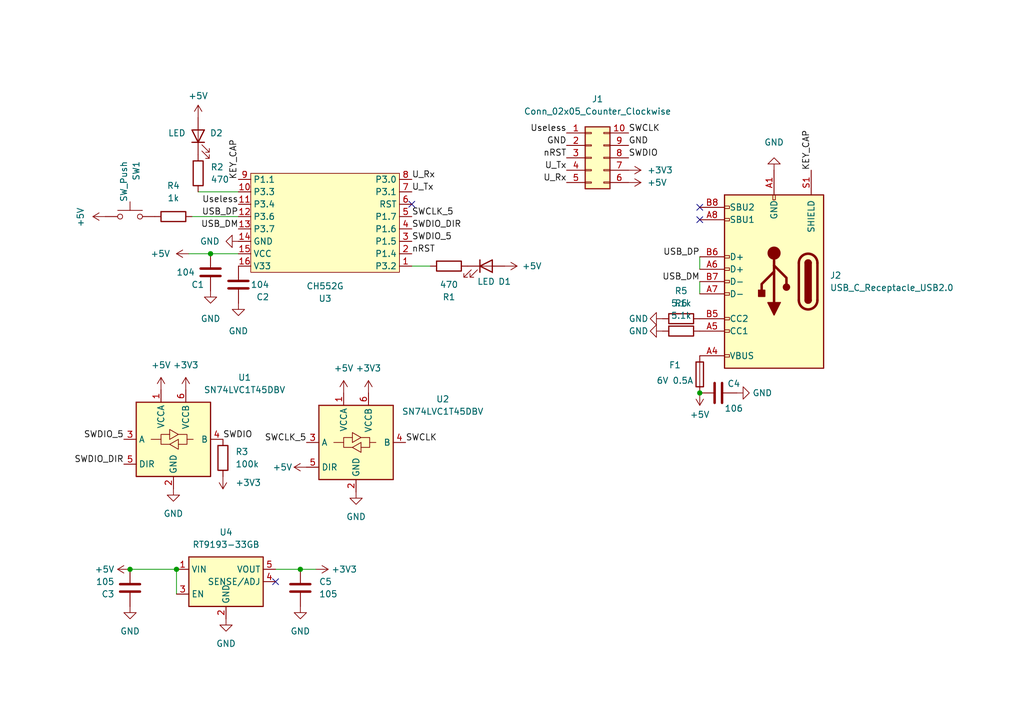
<source format=kicad_sch>
(kicad_sch (version 20211123) (generator eeschema)
  (paper "A5")
  (title_block (title "Daplink_CH552") (date "2023-02-01") (rev "V1.1") (company "Chi") (comment 1 "GitHub:abgelehnt/Tiny-DAPLink"))
  (lib_symbols
    (symbol "Connector:USB_C_Receptacle_USB2.0" (pin_names (offset 1.016))
      (property "Reference" "J" (at -10.16 19.05 0))
      (property "Value" "USB_C_Receptacle_USB2.0" (at 19.05 19.05 0))
      (symbol "USB_C_Receptacle_USB2.0_0_0"
        (rectangle (start -0.254 -17.78) (end 0.254 -16.764))
        (rectangle (start 10.16 -14.986) (end 9.144 -15.494))
        (rectangle (start 10.16 -12.446) (end 9.144 -12.954))
        (rectangle (start 10.16 -4.826) (end 9.144 -5.334))
        (rectangle (start 10.16 -2.286) (end 9.144 -2.794))
        (rectangle (start 10.16 0.254) (end 9.144 -0.254))
        (rectangle (start 10.16 2.794) (end 9.144 2.286))
        (rectangle (start 10.16 7.874) (end 9.144 7.366))
        (rectangle (start 10.16 10.414) (end 9.144 9.906))
        (rectangle (start 10.16 15.494) (end 9.144 14.986))
      )
      (symbol "USB_C_Receptacle_USB2.0_0_1"
        (rectangle (start -10.16 17.78) (end 10.16 -17.78) (stroke (width 0.254)) (fill (type background)))
        (arc (start -8.89 -3.81) (mid -6.985 -5.715) (end -5.08 -3.81) (stroke (width 0.508)))
        (arc (start -7.62 -3.81) (mid -6.985 -4.445) (end -6.35 -3.81) (stroke (width 0.254)))
        (arc (start -7.62 -3.81) (mid -6.985 -4.445) (end -6.35 -3.81) (stroke (width 0.254)) (fill (type outline)))
        (rectangle (start -7.62 -3.81) (end -6.35 3.81) (stroke (width 0.254)) (fill (type outline)))
        (arc (start -6.35 3.81) (mid -6.985 4.445) (end -7.62 3.81) (stroke (width 0.254)))
        (arc (start -6.35 3.81) (mid -6.985 4.445) (end -7.62 3.81) (stroke (width 0.254)) (fill (type outline)))
        (arc (start -5.08 3.81) (mid -6.985 5.715) (end -8.89 3.81) (stroke (width 0.508)))
        (circle (center -2.54 1.143) (radius 0.635) (stroke (width 0.254)) (fill (type outline)))
        (circle (center 0 -5.842) (radius 1.27) (fill (type outline)))
        (polyline (pts (xy -8.89 -3.81) (xy -8.89 3.81)) (stroke (width 0.508)))
        (polyline (pts (xy -5.08 3.81) (xy -5.08 -3.81)) (stroke (width 0.508)))
        (polyline (pts (xy 0 -5.842) (xy 0 4.318)) (stroke (width 0.508)))
        (polyline (pts (xy 0 -3.302) (xy -2.54 -0.762) (xy -2.54 0.508)) (stroke (width 0.508)))
        (polyline (pts (xy 0 -2.032) (xy 2.54 0.508) (xy 2.54 1.778)) (stroke (width 0.508)))
        (polyline (pts (xy -1.27 4.318) (xy 0 6.858) (xy 1.27 4.318) (xy -1.27 4.318)) (stroke (width 0.254)) (fill (type outline)))
        (rectangle (start 1.905 1.778) (end 3.175 3.048) (stroke (width 0.254)) (fill (type outline)))
      )
      (symbol "USB_C_Receptacle_USB2.0_1_1"
        (pin passive line (at 0 -22.86 90) (length 5.08) (name "GND") (number "A1"))
        (pin passive line (at 0 -22.86 90) (length 5.08) hide (name "GND") (number "A12"))
        (pin passive line (at 15.24 15.24 180) (length 5.08) (name "VBUS") (number "A4"))
        (pin bidirectional line (at 15.24 10.16 180) (length 5.08) (name "CC1") (number "A5"))
        (pin bidirectional line (at 15.24 -2.54 180) (length 5.08) (name "D+") (number "A6"))
        (pin bidirectional line (at 15.24 2.54 180) (length 5.08) (name "D-") (number "A7"))
        (pin bidirectional line (at 15.24 -12.7 180) (length 5.08) (name "SBU1") (number "A8"))
        (pin passive line (at 15.24 15.24 180) (length 5.08) hide (name "VBUS") (number "A9"))
        (pin passive line (at 0 -22.86 90) (length 5.08) hide (name "GND") (number "B1"))
        (pin passive line (at 0 -22.86 90) (length 5.08) hide (name "GND") (number "B12"))
        (pin passive line (at 15.24 15.24 180) (length 5.08) hide (name "VBUS") (number "B4"))
        (pin bidirectional line (at 15.24 7.62 180) (length 5.08) (name "CC2") (number "B5"))
        (pin bidirectional line (at 15.24 -5.08 180) (length 5.08) (name "D+") (number "B6"))
        (pin bidirectional line (at 15.24 0 180) (length 5.08) (name "D-") (number "B7"))
        (pin bidirectional line (at 15.24 -15.24 180) (length 5.08) (name "SBU2") (number "B8"))
        (pin passive line (at 15.24 15.24 180) (length 5.08) hide (name "VBUS") (number "B9"))
        (pin passive line (at -7.62 -22.86 90) (length 5.08) (name "SHIELD") (number "S1"))
      )
    )
    (symbol "Connector_Generic:Conn_02x05_Counter_Clockwise" (pin_names (offset 1.016) hide)
      (property "Reference" "J" (at 1.27 7.62 0))
      (property "Value" "Conn_02x05_Counter_Clockwise" (at 1.27 -7.62 0))
      (symbol "Conn_02x05_Counter_Clockwise_1_1"
        (rectangle (start -1.27 -4.953) (end 0 -5.207) (stroke (width 0.1524)))
        (rectangle (start -1.27 -2.413) (end 0 -2.667) (stroke (width 0.1524)))
        (rectangle (start -1.27 0.127) (end 0 -0.127) (stroke (width 0.1524)))
        (rectangle (start -1.27 2.667) (end 0 2.413) (stroke (width 0.1524)))
        (rectangle (start -1.27 5.207) (end 0 4.953) (stroke (width 0.1524)))
        (rectangle (start -1.27 6.35) (end 3.81 -6.35) (stroke (width 0.254)) (fill (type background)))
        (rectangle (start 3.81 -4.953) (end 2.54 -5.207) (stroke (width 0.1524)))
        (rectangle (start 3.81 -2.413) (end 2.54 -2.667) (stroke (width 0.1524)))
        (rectangle (start 3.81 0.127) (end 2.54 -0.127) (stroke (width 0.1524)))
        (rectangle (start 3.81 2.667) (end 2.54 2.413) (stroke (width 0.1524)))
        (rectangle (start 3.81 5.207) (end 2.54 4.953) (stroke (width 0.1524)))
        (pin passive line (at -5.08 5.08 0) (length 3.81) (name "Pin_1") (number "1"))
        (pin passive line (at 7.62 5.08 180) (length 3.81) (name "Pin_10") (number "10"))
        (pin passive line (at -5.08 2.54 0) (length 3.81) (name "Pin_2") (number "2"))
        (pin passive line (at -5.08 0 0) (length 3.81) (name "Pin_3") (number "3"))
        (pin passive line (at -5.08 -2.54 0) (length 3.81) (name "Pin_4") (number "4"))
        (pin passive line (at -5.08 -5.08 0) (length 3.81) (name "Pin_5") (number "5"))
        (pin passive line (at 7.62 -5.08 180) (length 3.81) (name "Pin_6") (number "6"))
        (pin passive line (at 7.62 -2.54 180) (length 3.81) (name "Pin_7") (number "7"))
        (pin passive line (at 7.62 0 180) (length 3.81) (name "Pin_8") (number "8"))
        (pin passive line (at 7.62 2.54 180) (length 3.81) (name "Pin_9") (number "9"))
      )
    )
    (symbol "Daplink_Library:CH552G"
      (property "Reference" "U3" (at 1.27 -4.1148 0))
      (property "Value" "CH552G" (at 1.27 -1.5748 0))
      (symbol "CH552G_0_1"
        (rectangle (start -16.51 -1.27) (end 13.97 -21.59) (fill (type background)))
      )
      (symbol "CH552G_1_1"
        (pin bidirectional line (at -19.05 -2.54 0) (length 2.54) (name "P3.2") (number "1"))
        (pin bidirectional line (at 16.51 -17.78 180) (length 2.54) (name "P3.3") (number "10"))
        (pin bidirectional line (at 16.51 -15.24 180) (length 2.54) (name "P3.4") (number "11"))
        (pin bidirectional line (at 16.51 -12.7 180) (length 2.54) (name "P3.6") (number "12"))
        (pin bidirectional line (at 16.51 -10.16 180) (length 2.54) (name "P3.7") (number "13"))
        (pin power_in line (at 16.51 -7.62 180) (length 2.54) (name "GND") (number "14"))
        (pin power_in line (at 16.51 -5.08 180) (length 2.54) (name "VCC") (number "15"))
        (pin passive line (at 16.51 -2.54 180) (length 2.54) (name "V33") (number "16"))
        (pin bidirectional line (at -19.05 -5.08 0) (length 2.54) (name "P1.4") (number "2"))
        (pin bidirectional line (at -19.05 -7.62 0) (length 2.54) (name "P1.5") (number "3"))
        (pin bidirectional line (at -19.05 -10.16 0) (length 2.54) (name "P1.6") (number "4"))
        (pin bidirectional line (at -19.05 -12.7 0) (length 2.54) (name "P1.7") (number "5"))
        (pin output line (at -19.05 -15.24 0) (length 2.54) (name "RST") (number "6"))
        (pin bidirectional line (at -19.05 -17.78 0) (length 2.54) (name "P3.1") (number "7"))
        (pin bidirectional line (at -19.05 -20.32 0) (length 2.54) (name "P3.0") (number "8"))
        (pin bidirectional line (at 16.51 -20.32 180) (length 2.54) (name "P1.1") (number "9"))
      )
    )
    (symbol "Device:C" (pin_numbers hide) (pin_names (offset 0.254))
      (property "Reference" "C" (at 0.635 2.54 0))
      (property "Value" "C" (at 0.635 -2.54 0))
      (symbol "C_0_1"
        (polyline (pts (xy -2.032 -0.762) (xy 2.032 -0.762)) (stroke (width 0.508)))
        (polyline (pts (xy -2.032 0.762) (xy 2.032 0.762)) (stroke (width 0.508)))
      )
      (symbol "C_1_1"
        (pin passive line (at 0 3.81 270) (length 2.794) (name "~") (number "1"))
        (pin passive line (at 0 -3.81 90) (length 2.794) (name "~") (number "2"))
      )
    )
    (symbol "Device:Fuse" (pin_numbers hide) (pin_names (offset 0))
      (property "Reference" "F" (at 2.032 0 90))
      (property "Value" "Fuse" (at -1.905 0 90))
      (symbol "Fuse_0_1"
        (rectangle (start -0.762 -2.54) (end 0.762 2.54) (stroke (width 0.254)))
        (polyline (pts (xy 0 2.54) (xy 0 -2.54)))
      )
      (symbol "Fuse_1_1"
        (pin passive line (at 0 3.81 270) (length 1.27) (name "~") (number "1"))
        (pin passive line (at 0 -3.81 90) (length 1.27) (name "~") (number "2"))
      )
    )
    (symbol "Device:LED" (pin_numbers hide) (pin_names (offset 1.016) hide)
      (property "Reference" "D" (at 0 2.54 0))
      (property "Value" "LED" (at 0 -2.54 0))
      (symbol "LED_0_1"
        (polyline (pts (xy -1.27 -1.27) (xy -1.27 1.27)) (stroke (width 0.254)))
        (polyline (pts (xy -1.27 0) (xy 1.27 0)))
        (polyline (pts (xy 1.27 -1.27) (xy 1.27 1.27) (xy -1.27 0) (xy 1.27 -1.27)) (stroke (width 0.254)))
        (polyline (pts (xy -3.048 -0.762) (xy -4.572 -2.286) (xy -3.81 -2.286) (xy -4.572 -2.286) (xy -4.572 -1.524)))
        (polyline (pts (xy -1.778 -0.762) (xy -3.302 -2.286) (xy -2.54 -2.286) (xy -3.302 -2.286) (xy -3.302 -1.524)))
      )
      (symbol "LED_1_1"
        (pin passive line (at -3.81 0 0) (length 2.54) (name "K") (number "1"))
        (pin passive line (at 3.81 0 180) (length 2.54) (name "A") (number "2"))
      )
    )
    (symbol "Device:R" (pin_numbers hide) (pin_names (offset 0))
      (property "Reference" "R" (at 2.032 0 90))
      (property "Value" "R" (at 0 0 90))
      (symbol "R_0_1"
        (rectangle (start -1.016 -2.54) (end 1.016 2.54) (stroke (width 0.254)))
      )
      (symbol "R_1_1"
        (pin passive line (at 0 3.81 270) (length 1.27) (name "~") (number "1"))
        (pin passive line (at 0 -3.81 90) (length 1.27) (name "~") (number "2"))
      )
    )
    (symbol "Logic_LevelTranslator:SN74LVC1T45DBV"
      (property "Reference" "U" (at -6.35 8.89 0))
      (property "Value" "SN74LVC1T45DBV" (at 3.81 8.89 0))
      (symbol "SN74LVC1T45DBV_0_1"
        (rectangle (start -7.62 7.62) (end 7.62 -7.62) (stroke (width 0.254)) (fill (type background)))
        (polyline (pts (xy -2.54 0) (xy -2.54 1.016) (xy -0.762 1.016)))
        (polyline (pts (xy 2.794 0) (xy 2.794 -1.016) (xy 1.016 -1.016)))
        (polyline (pts (xy -0.762 -1.016) (xy -2.54 -1.016) (xy -2.54 0) (xy -4.572 0)))
        (polyline (pts (xy -0.762 0) (xy -0.762 2.032) (xy 1.016 1.016) (xy -0.762 0)))
        (polyline (pts (xy 1.016 1.016) (xy 2.794 1.016) (xy 2.794 0) (xy 4.064 0)))
        (polyline (pts (xy 1.016 0) (xy 1.016 -1.778) (xy 1.016 -2.032) (xy -0.762 -1.016) (xy 1.016 0)))
      )
      (symbol "SN74LVC1T45DBV_1_1"
        (pin power_in line (at -2.54 10.16 270) (length 2.54) (name "VCCA") (number "1"))
        (pin power_in line (at 0 -10.16 90) (length 2.54) (name "GND") (number "2"))
        (pin bidirectional line (at -10.16 0 0) (length 2.54) (name "A") (number "3"))
        (pin bidirectional line (at 10.16 0 180) (length 2.54) (name "B") (number "4"))
        (pin input line (at -10.16 -5.08 0) (length 2.54) (name "DIR") (number "5"))
        (pin power_in line (at 2.54 10.16 270) (length 2.54) (name "VCCB") (number "6"))
      )
    )
    (symbol "Regulator_Linear:ADP7142AUJZ-5.0"
      (property "Reference" "U" (at 0 8.89 0))
      (property "Value" "ADP7142AUJZ-5.0" (at 0 6.35 0))
      (symbol "ADP7142AUJZ-5.0_0_1"
        (rectangle (start -7.62 5.08) (end 7.62 -5.08) (stroke (width 0.254)) (fill (type background)))
      )
      (symbol "ADP7142AUJZ-5.0_1_1"
        (pin power_in line (at -10.16 2.54 0) (length 2.54) (name "VIN") (number "1"))
        (pin power_in line (at 0 -7.62 90) (length 2.54) (name "GND") (number "2"))
        (pin input line (at -10.16 -2.54 0) (length 2.54) (name "EN") (number "3"))
        (pin input line (at 10.16 0 180) (length 2.54) (name "SENSE/ADJ") (number "4"))
        (pin power_out line (at 10.16 2.54 180) (length 2.54) (name "VOUT") (number "5"))
      )
    )
    (symbol "Switch:SW_Push" (pin_numbers hide) (pin_names (offset 1.016) hide)
      (property "Reference" "SW" (at 1.27 2.54 0))
      (property "Value" "SW_Push" (at 0 -1.524 0))
      (symbol "SW_Push_0_1"
        (circle (center -2.032 0) (radius 0.508))
        (polyline (pts (xy 0 1.27) (xy 0 3.048)))
        (polyline (pts (xy 2.54 1.27) (xy -2.54 1.27)))
        (circle (center 2.032 0) (radius 0.508))
        (pin passive line (at -5.08 0 0) (length 2.54) (name "1") (number "1"))
        (pin passive line (at 5.08 0 180) (length 2.54) (name "2") (number "2"))
      )
    )
    (symbol "power:+3V3" (power) (pin_names (offset 0))
      (property "Value" "+3V3" (at 0 3.556 0))
      (symbol "+3V3_0_1"
        (polyline (pts (xy -0.762 1.27) (xy 0 2.54)))
        (polyline (pts (xy 0 0) (xy 0 2.54)))
        (polyline (pts (xy 0 2.54) (xy 0.762 1.27)))
      )
      (symbol "+3V3_1_1"
        (pin power_in line (at 0 0 90) (length 0) hide (name "+3V3") (number "1"))
      )
    )
    (symbol "power:+5V" (power) (pin_names (offset 0))
      (property "Value" "+5V" (at 0 3.556 0))
      (symbol "+5V_0_1"
        (polyline (pts (xy -0.762 1.27) (xy 0 2.54)))
        (polyline (pts (xy 0 0) (xy 0 2.54)))
        (polyline (pts (xy 0 2.54) (xy 0.762 1.27)))
      )
      (symbol "+5V_1_1"
        (pin power_in line (at 0 0 90) (length 0) hide (name "+5V") (number "1"))
      )
    )
    (symbol "power:GND" (power) (pin_names (offset 0))
      (property "Value" "GND" (at 0 -3.81 0))
      (symbol "GND_0_1"
        (polyline (pts (xy 0 0) (xy 0 -1.27) (xy 1.27 -1.27) (xy 0 -2.54) (xy -1.27 -1.27) (xy 0 -1.27)))
      )
      (symbol "GND_1_1"
        (pin power_in line (at 0 0 270) (length 0) hide (name "GND") (number "1"))
      )
    )
  )
  (junction (at 43.18 52.07))
  (junction (at 36.195 116.84))
  (junction (at 61.595 116.84))
  (junction (at 26.67 116.84))
  (junction (at 143.51 80.645))
  (no_connect (at 143.51 42.545))
  (no_connect (at 143.51 45.085))
  (no_connect (at 56.515 119.38))
  (no_connect (at 84.455 41.91))
  (wire (pts (xy 61.595 116.84) (xy 64.77 116.84)))
  (wire (pts (xy 38.735 52.07) (xy 43.18 52.07)))
  (wire (pts (xy 48.895 39.37) (xy 40.64 39.37)))
  (wire (pts (xy 36.195 116.84) (xy 26.67 116.84)))
  (wire (pts (xy 88.265 54.61) (xy 84.455 54.61)))
  (wire (pts (xy 36.195 121.92) (xy 36.195 116.84)))
  (wire (pts (xy 143.51 57.785) (xy 143.51 60.325)))
  (wire (pts (xy 56.515 116.84) (xy 61.595 116.84)))
  (wire (pts (xy 39.37 44.45) (xy 48.895 44.45)))
  (wire (pts (xy 143.51 52.705) (xy 143.51 55.245)))
  (wire (pts (xy 48.895 52.07) (xy 43.18 52.07)))
  (label "SWCLK_5" (at 84.455 44.45 0))
  (label "SWDIO_DIR" (at 84.455 46.99 0))
  (label "U_Rx" (at 84.455 36.83 0))
  (label "GND" (at 116.205 29.845 180))
  (label "Useless" (at 48.895 41.91 180))
  (label "SWDIO" (at 45.72 90.17 0))
  (label "nRST" (at 116.205 32.385 180))
  (label "nRST" (at 84.455 52.07 0))
  (label "USB_DP" (at 48.895 44.45 180))
  (label "SWDIO" (at 128.905 32.385 0))
  (label "GND" (at 128.905 29.845 0))
  (label "KEY_CAP" (at 166.37 34.925 90))
  (label "U_Tx" (at 84.455 39.37 0))
  (label "SWCLK_5" (at 62.865 90.805 180))
  (label "SWDIO_DIR" (at 25.4 95.25 180))
  (label "USB_DM" (at 143.51 57.785 180))
  (label "USB_DP" (at 143.51 52.705 180))
  (label "Useless" (at 116.205 27.305 180))
  (label "SWCLK" (at 128.905 27.305 0))
  (label "U_Tx" (at 116.205 34.925 180))
  (label "U_Rx" (at 116.205 37.465 180))
  (label "USB_DM" (at 48.895 46.99 180))
  (label "SWDIO_5" (at 25.4 90.17 180))
  (label "SWCLK" (at 83.185 90.805 0))
  (label "KEY_CAP" (at 48.895 36.83 90))
  (label "SWDIO_5" (at 84.455 49.53 0))
  (symbol (lib_id "Device:R") (at 40.64 35.56 180) (unit 1)
    (property "Reference" "R2" (at 43.18 34.2899 0) (effects (justify right)))
    (property "Value" "470" (at 43.18 36.8299 0) (effects (justify right)))
    (property "Footprint" "Resistor_SMD:R_0603_1608Metric" (effects hide))
  )
  (symbol (lib_id "Device:R") (at 92.075 54.61 270) (unit 1)
    (property "Reference" "R1" (at 92.075 60.96 90))
    (property "Value" "470" (at 92.075 58.42 90))
    (property "Footprint" "Resistor_SMD:R_0603_1608Metric" (effects hide))
  )
  (symbol (lib_id "power:GND") (at 151.13 80.645 90) (unit 1)
    (property "Reference" "#PWR019" (effects hide))
    (property "Value" "GND" (at 154.305 80.6449 90) (effects (justify right)))
  )
  (symbol (lib_id "power:+3V3") (at 38.1 80.01 0) (unit 1)
    (property "Reference" "#PWR03" (effects hide))
    (property "Value" "+3V3" (at 38.1 74.93 0))
  )
  (symbol (lib_id "power:GND") (at 35.56 100.33 0) (unit 1)
    (property "Reference" "#PWR0106" (effects hide))
    (property "Value" "GND" (at 35.56 105.41 0))
  )
  (symbol (lib_id "Connector:USB_C_Receptacle_USB2.0") (at 158.75 57.785 180) (unit 1)
    (property "Reference" "J2" (at 170.18 56.5149 0) (effects (justify right)))
    (property "Value" "USB_C_Receptacle_USB2.0" (at 170.18 59.0549 0) (effects (justify right)))
    (property "Footprint" "Connector_USB:USB_C_Receptacle_HRO_TYPE-C-31-M-12" (effects hide))
    (property "Datasheet" "https://www.usb.org/sites/default/files/documents/usb_type-c.zip" (effects hide))
  )
  (symbol (lib_id "Device:C") (at 61.595 120.65 180) (unit 1)
    (property "Reference" "C5" (at 65.405 119.3799 0) (effects (justify right)))
    (property "Value" "105" (at 65.405 121.9199 0) (effects (justify right)))
    (property "Footprint" "Capacitor_SMD:C_0603_1608Metric" (effects hide))
  )
  (symbol (lib_id "Device:R") (at 45.72 93.98 0) (unit 1)
    (property "Reference" "R3" (at 48.26 92.7099 0) (effects (justify left)))
    (property "Value" "100k" (at 48.26 95.2499 0) (effects (justify left)))
    (property "Footprint" "Resistor_SMD:R_0603_1608Metric" (effects hide))
  )
  (symbol (lib_id "power:+5V") (at 70.485 80.645 0) (unit 1)
    (property "Reference" "#PWR05" (effects hide))
    (property "Value" "+5V" (at 70.485 75.565 0))
  )
  (symbol (lib_id "Connector_Generic:Conn_02x05_Counter_Clockwise") (at 121.285 32.385 0) (unit 1)
    (property "Reference" "J1" (at 122.555 20.32 0))
    (property "Value" "Conn_02x05_Counter_Clockwise" (at 122.555 22.86 0))
    (property "Footprint" "Daplink_Library:Connector_2.54mm_2_5P_SMD" (effects hide))
  )
  (symbol (lib_id "power:+3V3") (at 64.77 116.84 270) (unit 1)
    (property "Reference" "#PWR021" (effects hide))
    (property "Value" "+3V3" (at 67.945 116.8399 90) (effects (justify left)))
  )
  (symbol (lib_id "Device:C") (at 147.32 80.645 90) (unit 1)
    (property "Reference" "C4" (at 150.495 78.74 90))
    (property "Value" "106" (at 150.495 83.82 90))
    (property "Footprint" "Capacitor_SMD:C_0805_2012Metric" (effects hide))
  )
  (symbol (lib_id "Switch:SW_Push") (at 26.67 44.45 0) (unit 1)
    (property "Reference" "SW1" (at 27.94 33.02 90) (effects (justify right)))
    (property "Value" "SW_Push" (at 25.4 33.02 90) (effects (justify right)))
    (property "Footprint" "Button_Switch_SMD:SW_SPST_B3U-1000P" (effects hide))
  )
  (symbol (lib_id "power:GND") (at 48.895 49.53 270) (unit 1)
    (property "Reference" "#PWR09" (effects hide))
    (property "Value" "GND" (at 45.085 49.5301 90) (effects (justify right)))
  )
  (symbol (lib_id "Device:C") (at 48.895 58.42 180) (unit 1)
    (property "Reference" "C2" (at 55.245 60.96 0) (effects (justify left)))
    (property "Value" "104" (at 55.245 58.42 0) (effects (justify left)))
    (property "Footprint" "Capacitor_SMD:C_0603_1608Metric" (effects hide))
  )
  (symbol (lib_id "power:+5V") (at 40.64 24.13 0) (unit 1)
    (property "Reference" "#PWR011" (effects hide))
    (property "Value" "+5V" (at 40.64 19.685 0))
  )
  (symbol (lib_id "power:+5V") (at 26.67 116.84 90) (unit 1)
    (property "Reference" "#PWR01" (effects hide))
    (property "Value" "+5V" (at 23.495 116.8399 90) (effects (justify left)))
  )
  (symbol (lib_id "Logic_LevelTranslator:SN74LVC1T45DBV") (at 35.56 90.17 0) (unit 1)
    (property "Reference" "U1" (at 50.165 77.47 0))
    (property "Value" "SN74LVC1T45DBV" (at 50.165 80.01 0))
    (property "Footprint" "Package_TO_SOT_SMD:SOT-23-6" (effects hide))
    (property "Datasheet" "http://www.ti.com/lit/ds/symlink/sn74lvc1t45.pdf" (effects hide))
  )
  (symbol (lib_id "Device:R") (at 139.7 65.405 90) (unit 1)
    (property "Reference" "R5" (at 139.7 59.69 90))
    (property "Value" "5.1k" (at 139.7 62.23 90))
    (property "Footprint" "Resistor_SMD:R_0603_1608Metric" (effects hide))
  )
  (symbol (lib_id "power:+5V") (at 103.505 54.61 270) (unit 1)
    (property "Reference" "#PWR04" (effects hide))
    (property "Value" "+5V" (at 111.125 54.61 90) (effects (justify right)))
  )
  (symbol (lib_id "power:GND") (at 73.025 100.965 0) (unit 1)
    (property "Reference" "#PWR06" (effects hide))
    (property "Value" "GND" (at 73.025 106.045 0))
  )
  (symbol (lib_id "power:+5V") (at 143.51 80.645 180) (unit 1)
    (property "Reference" "#PWR017" (effects hide))
    (property "Value" "+5V" (at 143.51 85.09 0))
  )
  (symbol (lib_id "power:+3V3") (at 128.905 34.925 270) (unit 1)
    (property "Reference" "#PWR0102" (effects hide))
    (property "Value" "+3V3" (at 132.715 34.9249 90) (effects (justify left)))
  )
  (symbol (lib_id "Daplink_Library:CH552G") (at 65.405 57.15 180) (unit 1)
    (property "Reference" "U3" (at 66.675 61.2648 0))
    (property "Value" "CH552G" (at 66.675 58.7248 0))
    (property "Footprint" "Package_SO:SOP-16_3.9x9.9mm_P1.27mm" (effects hide))
  )
  (symbol (lib_id "power:+5V") (at 62.865 95.885 90) (unit 1)
    (property "Reference" "#PWR0104" (effects hide))
    (property "Value" "+5V" (at 55.88 95.885 90) (effects (justify right)))
  )
  (symbol (lib_id "power:GND") (at 43.18 59.69 0) (unit 1)
    (property "Reference" "#PWR010" (effects hide))
    (property "Value" "GND" (at 43.18 65.405 0))
  )
  (symbol (lib_id "Device:R") (at 35.56 44.45 90) (unit 1)
    (property "Reference" "R4" (at 35.56 38.1 90))
    (property "Value" "1k" (at 35.56 40.64 90))
    (property "Footprint" "Resistor_SMD:R_0603_1608Metric" (effects hide))
  )
  (symbol (lib_id "Regulator_Linear:ADP7142AUJZ-5.0") (at 46.355 119.38 0) (unit 1)
    (property "Reference" "U4" (at 46.355 109.22 0))
    (property "Value" "RT9193-33GB" (at 46.355 111.76 0))
    (property "Footprint" "Package_TO_SOT_SMD:TSOT-23-5" (effects hide))
    (property "Datasheet" "https://www.analog.com/media/en/technical-documentation/data-sheets/ADP7142.pdf" (effects hide))
  )
  (symbol (lib_id "Device:C") (at 43.18 55.88 0) (unit 1)
    (property "Reference" "C1" (at 41.91 58.42 0) (effects (justify right)))
    (property "Value" "104" (at 40.005 55.88 0) (effects (justify right)))
    (property "Footprint" "Capacitor_SMD:C_0603_1608Metric" (effects hide))
  )
  (symbol (lib_id "Device:LED") (at 99.695 54.61 0) (unit 1)
    (property "Reference" "D1" (at 103.505 57.785 0))
    (property "Value" "LED" (at 99.695 57.785 0))
    (property "Footprint" "LED_SMD:LED_0603_1608Metric" (effects hide))
  )
  (symbol (lib_id "power:GND") (at 158.75 34.925 180) (unit 1)
    (property "Reference" "#PWR020" (effects hide))
    (property "Value" "GND" (at 158.75 29.21 0))
  )
  (symbol (lib_id "power:+3V3") (at 45.72 97.79 180) (unit 1)
    (property "Reference" "#PWR013" (effects hide))
    (property "Value" "+3V3" (at 48.26 99.0599 0) (effects (justify right)))
  )
  (symbol (lib_id "power:GND") (at 135.89 67.945 270) (unit 1)
    (property "Reference" "#PWR022" (effects hide))
    (property "Value" "GND" (at 128.905 67.945 90) (effects (justify left)))
  )
  (symbol (lib_id "Device:C") (at 26.67 120.65 0) (unit 1)
    (property "Reference" "C3" (at 23.495 121.9201 0) (effects (justify right)))
    (property "Value" "105" (at 23.495 119.3801 0) (effects (justify right)))
    (property "Footprint" "Capacitor_SMD:C_0603_1608Metric" (effects hide))
  )
  (symbol (lib_id "Device:Fuse") (at 143.51 76.835 0) (unit 1)
    (property "Reference" "F1" (at 137.16 74.93 0) (effects (justify left)))
    (property "Value" "6V 0.5A" (at 134.62 78.105 0) (effects (justify left)))
    (property "Footprint" "Fuse:Fuse_0603_1608Metric" (effects hide))
  )
  (symbol (lib_id "power:+5V") (at 21.59 44.45 90) (unit 1)
    (property "Reference" "#PWR014" (effects hide))
    (property "Value" "+5V" (at 16.51 42.545 0) (effects (justify right)))
  )
  (symbol (lib_id "Device:R") (at 139.7 67.945 90) (unit 1)
    (property "Reference" "R6" (at 139.7 62.23 90))
    (property "Value" "5.1k" (at 139.7 64.77 90))
    (property "Footprint" "Resistor_SMD:R_0603_1608Metric" (effects hide))
  )
  (symbol (lib_id "power:GND") (at 26.67 124.46 0) (unit 1)
    (property "Reference" "#PWR02" (effects hide))
    (property "Value" "GND" (at 26.67 129.54 0))
  )
  (symbol (lib_id "power:+5V") (at 38.735 52.07 90) (unit 1)
    (property "Reference" "#PWR08" (effects hide))
    (property "Value" "+5V" (at 34.925 52.0701 90) (effects (justify left)))
  )
  (symbol (lib_id "power:+5V") (at 33.02 80.01 0) (unit 1)
    (property "Reference" "#PWR0105" (effects hide))
    (property "Value" "+5V" (at 33.02 74.93 0))
  )
  (symbol (lib_id "power:+3V3") (at 75.565 80.645 0) (unit 1)
    (property "Reference" "#PWR07" (effects hide))
    (property "Value" "+3V3" (at 75.565 75.565 0))
  )
  (symbol (lib_id "Device:LED") (at 40.64 27.94 90) (unit 1)
    (property "Reference" "D2" (at 45.72 27.305 90) (effects (justify left)))
    (property "Value" "LED" (at 38.1 27.305 90) (effects (justify left)))
    (property "Footprint" "LED_SMD:LED_0603_1608Metric" (effects hide))
  )
  (symbol (lib_id "power:GND") (at 135.89 65.405 270) (unit 1)
    (property "Reference" "#PWR015" (effects hide))
    (property "Value" "GND" (at 128.905 65.405 90) (effects (justify left)))
  )
  (symbol (lib_id "power:GND") (at 61.595 124.46 0) (unit 1)
    (property "Reference" "#PWR018" (effects hide))
    (property "Value" "GND" (at 61.595 129.54 0))
  )
  (symbol (lib_id "power:GND") (at 46.355 127 0) (unit 1)
    (property "Reference" "#PWR016" (effects hide))
    (property "Value" "GND" (at 46.355 132.08 0))
  )
  (symbol (lib_id "power:GND") (at 48.895 62.23 0) (unit 1)
    (property "Reference" "#PWR012" (effects hide))
    (property "Value" "GND" (at 48.895 67.945 0))
  )
  (symbol (lib_id "power:+5V") (at 128.905 37.465 270) (unit 1)
    (property "Reference" "#PWR0103" (effects hide))
    (property "Value" "+5V" (at 132.715 37.4649 90) (effects (justify left)))
  )
  (symbol (lib_id "Logic_LevelTranslator:SN74LVC1T45DBV") (at 73.025 90.805 0) (unit 1)
    (property "Reference" "U2" (at 90.805 81.915 0))
    (property "Value" "SN74LVC1T45DBV" (at 90.805 84.455 0))
    (property "Footprint" "Package_TO_SOT_SMD:SOT-23-6" (effects hide))
    (property "Datasheet" "http://www.ti.com/lit/ds/symlink/sn74lvc1t45.pdf" (effects hide))
  )
)
</source>
